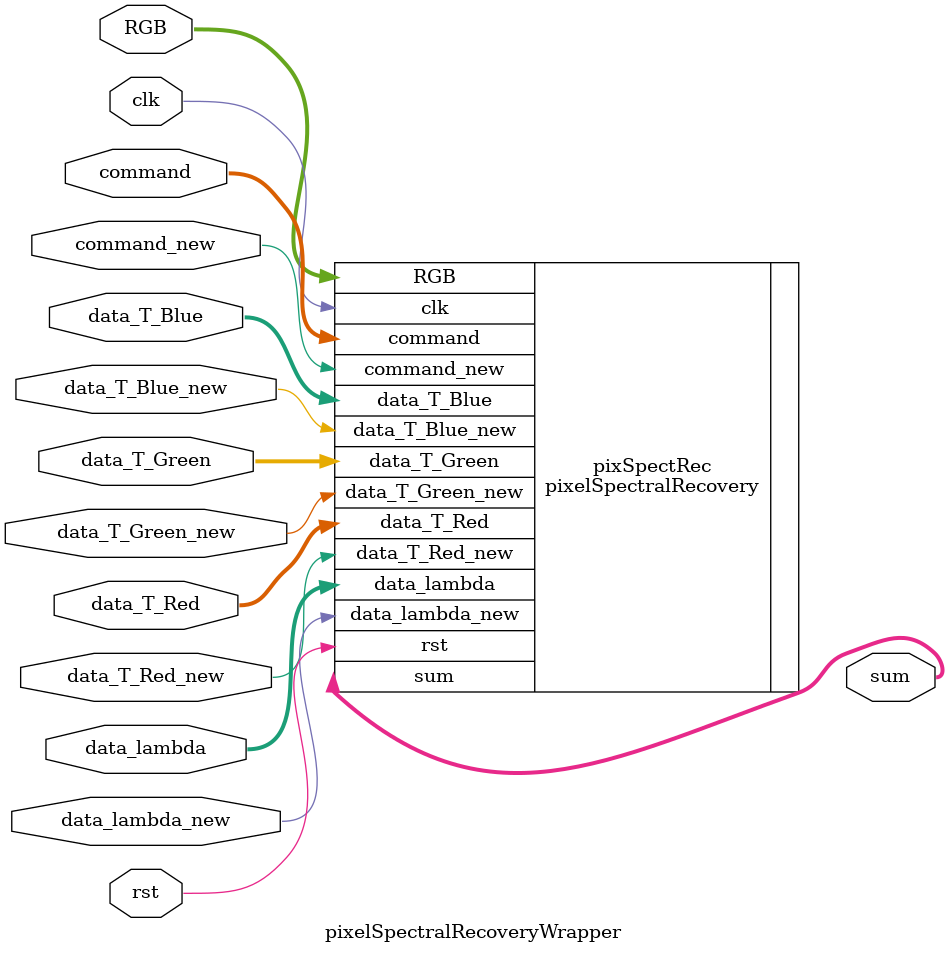
<source format=v>
`timescale 1ns / 1ps


module pixelSpectralRecoveryWrapper(
        input clk, rst,
        input [8*3-1:0] RGB,
        input [31:0]    command,
        input [31:0]	data_T_Red,
        input [31:0]    data_T_Green,
        input [31:0]    data_T_Blue,
        input [31:0]    data_lambda,
        input command_new,
        input data_T_Red_new,
        input data_T_Green_new,
        input data_T_Blue_new,
        input data_lambda_new,
        output [8*3-1:0] sum 
        );
    
    
    pixelSpectralRecovery #(
        .BITS(8), // bits per color
        .LRECOVERY(16), // Length of the recovered spectral vector
        .TWIDTH(16),
        .SPECTRUMWIDTH(27)
        )pixSpectRec(
        .clk(clk), 
        .rst(rst),
        .RGB(RGB),
        .command(command),
        .data_T_Red(data_T_Red),
        .data_T_Green(data_T_Green),
        .data_T_Blue(data_T_Blue),
        .data_lambda(data_lambda),
        .data_T_Red_new(data_T_Red_new),
        .data_T_Green_new(data_T_Green_new),
        .data_T_Blue_new(data_T_Blue_new),
        .data_lambda_new(data_lambda_new),
        .command_new(command_new),
        .sum(sum) 
        );
endmodule

</source>
